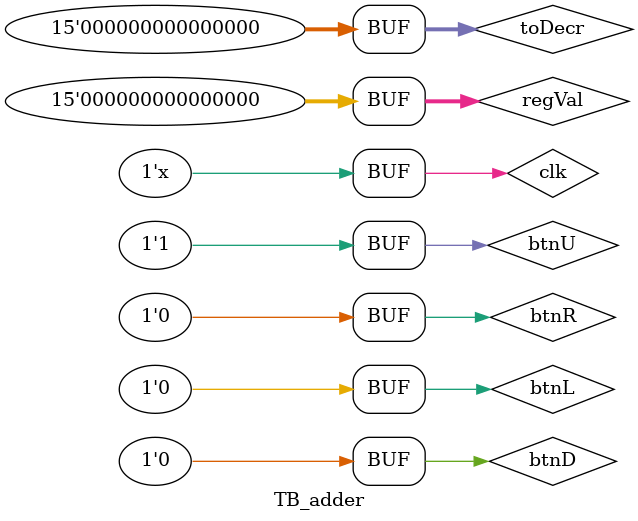
<source format=v>
`timescale 1ns / 1ps


module TB_adder();

    reg clk = 0;
    reg btnU = 0;
    reg btnD = 0; 
    reg btnR = 0;
    reg btnL = 0;
    reg [14:0] regVal = 0;
    wire[14:0] toDecr;

always #1 clk = ~clk;

Adder add(clk, btnU, btnD, btnR, btnL, regVal, toDecr);

initial begin
    regVal = 9000;
    #10
    btnU = 1;
    //regVal should = 9010
    regVal = toDecr;
    #10
    btnU = 0;
    btnL = 1;
    regVal = toDecr;
    //regval should = 9190
    #10
    btnL = 0;
    btnR = 1;
    regVal = toDecr;
    //regVal should = 9390
    #10
    btnR = 0;
    btnD = 1;
    regVal = toDecr;
    //regVal should = 9390+550 = 9940
    #10
    btnD = 0;
    btnR = 1;
    regVal = toDecr;
    //regVal should overflow and stay 9999
    #10
    btnR = 0;
    btnU = 1;
    regVal = toDecr;
    //regval should stay 9999
end


endmodule

</source>
